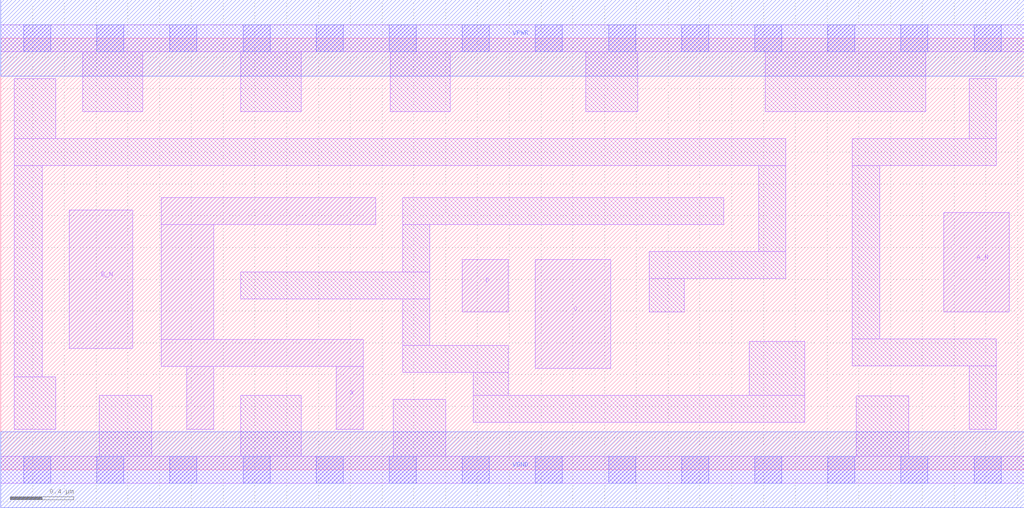
<source format=lef>
# Copyright 2020 The SkyWater PDK Authors
#
# Licensed under the Apache License, Version 2.0 (the "License");
# you may not use this file except in compliance with the License.
# You may obtain a copy of the License at
#
#     https://www.apache.org/licenses/LICENSE-2.0
#
# Unless required by applicable law or agreed to in writing, software
# distributed under the License is distributed on an "AS IS" BASIS,
# WITHOUT WARRANTIES OR CONDITIONS OF ANY KIND, either express or implied.
# See the License for the specific language governing permissions and
# limitations under the License.
#
# SPDX-License-Identifier: Apache-2.0

VERSION 5.7 ;
  NOWIREEXTENSIONATPIN ON ;
  DIVIDERCHAR "/" ;
  BUSBITCHARS "[]" ;
UNITS
  DATABASE MICRONS 200 ;
END UNITS
PROPERTYDEFINITIONS
  MACRO maskLayoutSubType STRING ;
  MACRO prCellType STRING ;
  MACRO originalViewName STRING ;
END PROPERTYDEFINITIONS
MACRO sky130_fd_sc_hdll__and4bb_4
  CLASS CORE ;
  FOREIGN sky130_fd_sc_hdll__and4bb_4 ;
  ORIGIN  0.000000  0.000000 ;
  SIZE  6.440000 BY  2.720000 ;
  SYMMETRY X Y R90 ;
  SITE unithd ;
  PIN A_N
    ANTENNAGATEAREA  0.138600 ;
    DIRECTION INPUT ;
    USE SIGNAL ;
    PORT
      LAYER li1 ;
        RECT 5.935000 0.995000 6.345000 1.620000 ;
    END
  END A_N
  PIN B_N
    ANTENNAGATEAREA  0.138600 ;
    DIRECTION INPUT ;
    USE SIGNAL ;
    PORT
      LAYER li1 ;
        RECT 0.430000 0.765000 0.830000 1.635000 ;
    END
  END B_N
  PIN C
    ANTENNAGATEAREA  0.277500 ;
    DIRECTION INPUT ;
    USE SIGNAL ;
    PORT
      LAYER li1 ;
        RECT 3.365000 0.640000 3.840000 1.325000 ;
    END
  END C
  PIN D
    ANTENNAGATEAREA  0.277500 ;
    DIRECTION INPUT ;
    USE SIGNAL ;
    PORT
      LAYER li1 ;
        RECT 2.905000 0.995000 3.195000 1.325000 ;
    END
  END D
  PIN VGND
    ANTENNADIFFAREA  0.855200 ;
    DIRECTION INOUT ;
    USE SIGNAL ;
    PORT
      LAYER met1 ;
        RECT 0.000000 -0.240000 6.440000 0.240000 ;
    END
  END VGND
  PIN VPWR
    ANTENNADIFFAREA  1.981400 ;
    DIRECTION INOUT ;
    USE SIGNAL ;
    PORT
      LAYER met1 ;
        RECT 0.000000 2.480000 6.440000 2.960000 ;
    END
  END VPWR
  PIN X
    ANTENNADIFFAREA  0.996000 ;
    DIRECTION OUTPUT ;
    USE SIGNAL ;
    PORT
      LAYER li1 ;
        RECT 1.010000 0.650000 2.280000 0.820000 ;
        RECT 1.010000 0.820000 1.340000 1.545000 ;
        RECT 1.010000 1.545000 2.360000 1.715000 ;
        RECT 1.170000 0.255000 1.340000 0.650000 ;
        RECT 2.110000 0.255000 2.280000 0.650000 ;
    END
  END X
  OBS
    LAYER li1 ;
      RECT 0.000000 -0.085000 6.440000 0.085000 ;
      RECT 0.000000  2.635000 6.440000 2.805000 ;
      RECT 0.085000  0.255000 0.345000 0.585000 ;
      RECT 0.085000  0.585000 0.260000 1.915000 ;
      RECT 0.085000  1.915000 4.940000 2.085000 ;
      RECT 0.085000  2.085000 0.345000 2.465000 ;
      RECT 0.515000  2.255000 0.895000 2.635000 ;
      RECT 0.620000  0.085000 0.950000 0.470000 ;
      RECT 1.510000  0.085000 1.890000 0.470000 ;
      RECT 1.510000  1.075000 2.700000 1.245000 ;
      RECT 1.510000  2.255000 1.890000 2.635000 ;
      RECT 2.450000  2.255000 2.830000 2.635000 ;
      RECT 2.470000  0.085000 2.800000 0.445000 ;
      RECT 2.530000  0.615000 3.195000 0.785000 ;
      RECT 2.530000  0.785000 2.700000 1.075000 ;
      RECT 2.530000  1.245000 2.700000 1.545000 ;
      RECT 2.530000  1.545000 4.550000 1.715000 ;
      RECT 2.975000  0.300000 5.060000 0.470000 ;
      RECT 2.975000  0.470000 3.195000 0.615000 ;
      RECT 3.680000  2.255000 4.010000 2.635000 ;
      RECT 4.080000  0.995000 4.300000 1.205000 ;
      RECT 4.080000  1.205000 4.940000 1.375000 ;
      RECT 4.710000  0.470000 5.060000 0.810000 ;
      RECT 4.770000  1.375000 4.940000 1.915000 ;
      RECT 4.810000  2.255000 5.820000 2.635000 ;
      RECT 5.360000  0.655000 6.265000 0.825000 ;
      RECT 5.360000  0.825000 5.530000 1.915000 ;
      RECT 5.360000  1.915000 6.265000 2.085000 ;
      RECT 5.385000  0.085000 5.715000 0.465000 ;
      RECT 6.095000  0.255000 6.265000 0.655000 ;
      RECT 6.095000  2.085000 6.265000 2.465000 ;
    LAYER mcon ;
      RECT 0.145000 -0.085000 0.315000 0.085000 ;
      RECT 0.145000  2.635000 0.315000 2.805000 ;
      RECT 0.605000 -0.085000 0.775000 0.085000 ;
      RECT 0.605000  2.635000 0.775000 2.805000 ;
      RECT 1.065000 -0.085000 1.235000 0.085000 ;
      RECT 1.065000  2.635000 1.235000 2.805000 ;
      RECT 1.525000 -0.085000 1.695000 0.085000 ;
      RECT 1.525000  2.635000 1.695000 2.805000 ;
      RECT 1.985000 -0.085000 2.155000 0.085000 ;
      RECT 1.985000  2.635000 2.155000 2.805000 ;
      RECT 2.445000 -0.085000 2.615000 0.085000 ;
      RECT 2.445000  2.635000 2.615000 2.805000 ;
      RECT 2.905000 -0.085000 3.075000 0.085000 ;
      RECT 2.905000  2.635000 3.075000 2.805000 ;
      RECT 3.365000 -0.085000 3.535000 0.085000 ;
      RECT 3.365000  2.635000 3.535000 2.805000 ;
      RECT 3.825000 -0.085000 3.995000 0.085000 ;
      RECT 3.825000  2.635000 3.995000 2.805000 ;
      RECT 4.285000 -0.085000 4.455000 0.085000 ;
      RECT 4.285000  2.635000 4.455000 2.805000 ;
      RECT 4.745000 -0.085000 4.915000 0.085000 ;
      RECT 4.745000  2.635000 4.915000 2.805000 ;
      RECT 5.205000 -0.085000 5.375000 0.085000 ;
      RECT 5.205000  2.635000 5.375000 2.805000 ;
      RECT 5.665000 -0.085000 5.835000 0.085000 ;
      RECT 5.665000  2.635000 5.835000 2.805000 ;
      RECT 6.125000 -0.085000 6.295000 0.085000 ;
      RECT 6.125000  2.635000 6.295000 2.805000 ;
  END
  PROPERTY maskLayoutSubType "abstract" ;
  PROPERTY prCellType "standard" ;
  PROPERTY originalViewName "layout" ;
END sky130_fd_sc_hdll__and4bb_4
END LIBRARY

</source>
